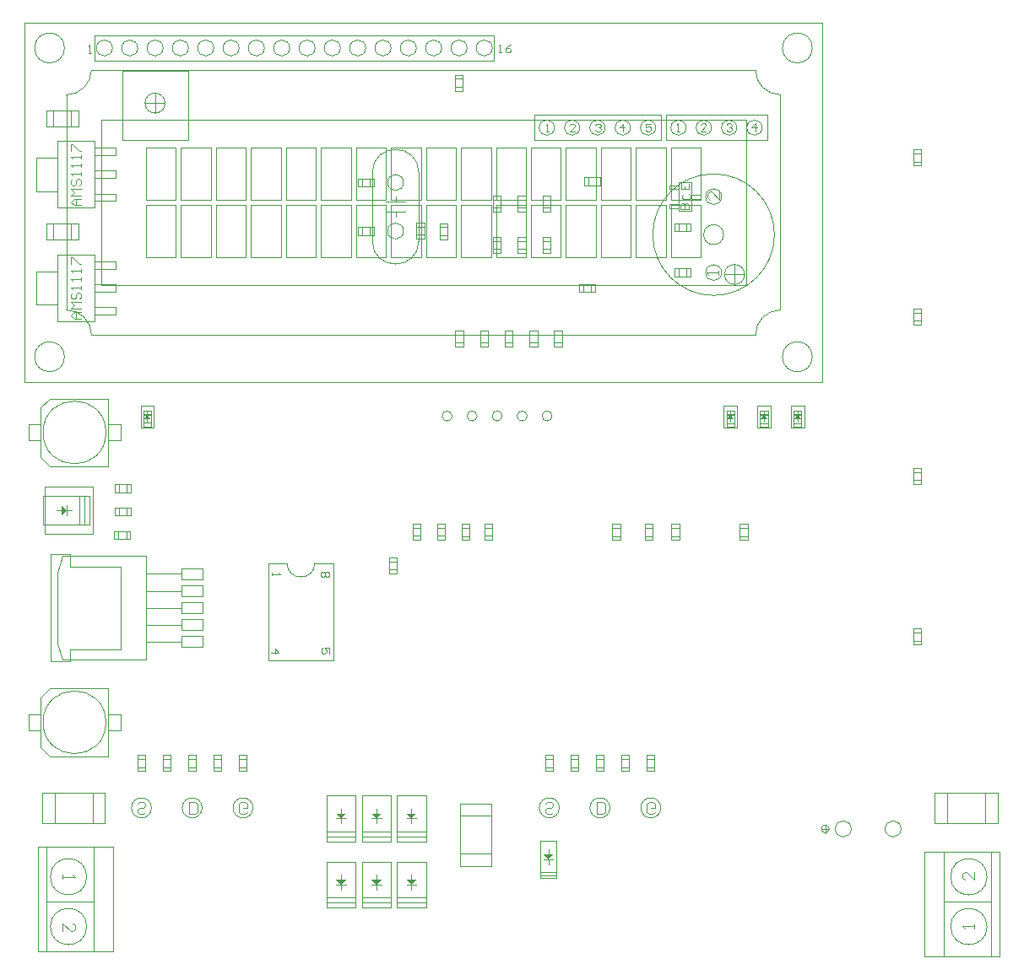
<source format=gm1>
G04 Layer_Color=16711935*
%FSTAX24Y24*%
%MOIN*%
G70*
G01*
G75*
%ADD95C,0.0020*%
%ADD96C,0.0012*%
G36*
X042114Y012606D02*
X041917Y012803D01*
X042311D01*
X042114Y012606D01*
D02*
G37*
G36*
X033925Y01422D02*
X033728Y014417D01*
X034122D01*
X033925Y01422D01*
D02*
G37*
G36*
X035319D02*
X035122Y014417D01*
X035516D01*
X035319Y01422D01*
D02*
G37*
G36*
X033925Y011602D02*
X033728Y011799D01*
X034122D01*
X033925Y011602D01*
D02*
G37*
G36*
X035319D02*
X035122Y011799D01*
X035516D01*
X035319Y011602D01*
D02*
G37*
G36*
X036713D02*
X036516Y011799D01*
X036909D01*
X036713Y011602D01*
D02*
G37*
G36*
X049444Y029998D02*
X049178D01*
X049311Y030215D01*
X049444Y029998D01*
D02*
G37*
G36*
X050763D02*
X050497D01*
X05063Y030215D01*
X050763Y029998D01*
D02*
G37*
G36*
X052082D02*
X051816D01*
X051949Y030215D01*
X052082Y029998D01*
D02*
G37*
G36*
X036713Y01422D02*
X036516Y014417D01*
X036909D01*
X036713Y01422D01*
D02*
G37*
G36*
X023085Y026406D02*
X022888Y026209D01*
Y026602D01*
X023085Y026406D01*
D02*
G37*
G36*
X026412Y029998D02*
X026147D01*
X02628Y030215D01*
X026412Y029998D01*
D02*
G37*
D95*
X023091Y042823D02*
G03*
X024075Y043807I0J000984D01*
G01*
X050295D02*
G03*
X05128Y042823I000984J0D01*
G01*
Y034319D02*
G03*
X050295Y033335I0J-000984D01*
G01*
X024075D02*
G03*
X023091Y034319I-000984J0D01*
G01*
X023012Y032469D02*
G03*
X023012Y032469I-000591J0D01*
G01*
X052539D02*
G03*
X052539Y032469I-000591J0D01*
G01*
X052539Y044673D02*
G03*
X052539Y044673I-000591J0D01*
G01*
X023012D02*
G03*
X023012Y044673I-000591J0D01*
G01*
X024902D02*
G03*
X024902Y044673I-000315J0D01*
G01*
X025902D02*
G03*
X025902Y044673I-000315J0D01*
G01*
X026902D02*
G03*
X026902Y044673I-000315J0D01*
G01*
X027902D02*
G03*
X027902Y044673I-000315J0D01*
G01*
X028902D02*
G03*
X028902Y044673I-000315J0D01*
G01*
X029902D02*
G03*
X029902Y044673I-000315J0D01*
G01*
X030902D02*
G03*
X030902Y044673I-000315J0D01*
G01*
X031902D02*
G03*
X031902Y044673I-000315J0D01*
G01*
X032902D02*
G03*
X032902Y044673I-000315J0D01*
G01*
X033902D02*
G03*
X033902Y044673I-000315J0D01*
G01*
X034902D02*
G03*
X034902Y044673I-000315J0D01*
G01*
X035902D02*
G03*
X035902Y044673I-000315J0D01*
G01*
X036902D02*
G03*
X036902Y044673I-000315J0D01*
G01*
X037902D02*
G03*
X037902Y044673I-000315J0D01*
G01*
X038902D02*
G03*
X038902Y044673I-000315J0D01*
G01*
X039902D02*
G03*
X039902Y044673I-000315J0D01*
G01*
X024646Y01802D02*
G03*
X024646Y01802I-00124J0D01*
G01*
X049862Y03572D02*
G03*
X049862Y03572I-000394J0D01*
G01*
X051043Y037295D02*
G03*
X051043Y037295I-002402J0D01*
G01*
X049035D02*
G03*
X049035Y037295I-000394J0D01*
G01*
X048957Y038795D02*
G03*
X048957Y038795I-000315J0D01*
G01*
Y035795D02*
G03*
X048957Y035795I-000315J0D01*
G01*
X037Y039744D02*
G03*
X035165Y039744I-000917J0D01*
G01*
Y037051D02*
G03*
X037Y037051I000917J0D01*
G01*
X036398Y039358D02*
G03*
X036398Y039358I-000315J0D01*
G01*
Y037437D02*
G03*
X036398Y037437I-000315J0D01*
G01*
X02698Y042494D02*
G03*
X02698Y042494I-000394J0D01*
G01*
X028445Y01464D02*
G03*
X028445Y01464I-000394J0D01*
G01*
X026445D02*
G03*
X026445Y01464I-000394J0D01*
G01*
X030453D02*
G03*
X030453Y01464I-000394J0D01*
G01*
X044547D02*
G03*
X044547Y01464I-000394J0D01*
G01*
X042547D02*
G03*
X042547Y01464I-000394J0D01*
G01*
X046555D02*
G03*
X046555Y01464I-000394J0D01*
G01*
X047552Y041524D02*
G03*
X047552Y041524I-0003J0D01*
G01*
X048552D02*
G03*
X048552Y041524I-0003J0D01*
G01*
X049552D02*
G03*
X049552Y041524I-0003J0D01*
G01*
X050552D02*
G03*
X050552Y041524I-0003J0D01*
G01*
X059437Y011917D02*
G03*
X059437Y011917I-000717J0D01*
G01*
Y009949D02*
G03*
X059437Y009949I-000717J0D01*
G01*
X023886D02*
G03*
X023886Y009949I-000717J0D01*
G01*
Y011917D02*
G03*
X023886Y011917I-000717J0D01*
G01*
X041277Y030126D02*
G03*
X041277Y030126I-000197J0D01*
G01*
X038315D02*
G03*
X038315Y030126I-000197J0D01*
G01*
X039302D02*
G03*
X039302Y030126I-000197J0D01*
G01*
X040289D02*
G03*
X040289Y030126I-000197J0D01*
G01*
X042264D02*
G03*
X042264Y030126I-000197J0D01*
G01*
X024646Y029476D02*
G03*
X024646Y029476I-00124J0D01*
G01*
X031797Y024315D02*
G03*
X032894Y024315I000548J0D01*
G01*
X042355Y041524D02*
G03*
X042355Y041524I-0003J0D01*
G01*
X043355D02*
G03*
X043355Y041524I-0003J0D01*
G01*
X044355D02*
G03*
X044355Y041524I-0003J0D01*
G01*
X045355D02*
G03*
X045355Y041524I-0003J0D01*
G01*
X046355D02*
G03*
X046355Y041524I-0003J0D01*
G01*
X053209Y013807D02*
G03*
X053209Y013807I-000157J0D01*
G01*
X056043D02*
G03*
X056043Y013807I-000315J0D01*
G01*
X054075D02*
G03*
X054075Y013807I-000315J0D01*
G01*
X049311Y02989D02*
Y029998D01*
Y030215D02*
Y030323D01*
X049178Y030215D02*
X049444D01*
X049045Y029673D02*
Y030539D01*
Y029673D02*
X049577D01*
Y030539D01*
X049045D02*
X049577D01*
X041799Y013335D02*
X042429D01*
X041799Y011878D02*
Y013335D01*
Y011878D02*
X042429D01*
Y013335D01*
X042114Y012803D02*
Y013D01*
X041917Y012606D02*
X042311D01*
X042114Y012409D02*
Y012606D01*
X041799Y011976D02*
X042429D01*
X041799Y012094D02*
X042429D01*
X046959Y038468D02*
X04814D01*
X046959Y036409D02*
Y038468D01*
Y036409D02*
X04814D01*
Y038468D01*
X045577D02*
X046758D01*
X045577Y036409D02*
Y038468D01*
Y036409D02*
X046758D01*
Y038468D01*
X044195D02*
X045376D01*
X044195Y036409D02*
Y038468D01*
Y036409D02*
X045376D01*
Y038468D01*
X042813D02*
X043994D01*
X042813Y036409D02*
Y038468D01*
Y036409D02*
X043994D01*
Y038468D01*
X041431D02*
X042612D01*
X041431Y036409D02*
Y038468D01*
Y036409D02*
X042612D01*
Y038468D01*
X040049D02*
X04123D01*
X040049Y036409D02*
Y038468D01*
Y036409D02*
X04123D01*
Y038468D01*
X038667D02*
X039848D01*
X038667Y036409D02*
Y038468D01*
Y036409D02*
X039848D01*
Y038468D01*
X037285D02*
X038467D01*
X037285Y036409D02*
Y038468D01*
Y036409D02*
X038467D01*
Y038468D01*
X035904D02*
X037085D01*
X035904Y036409D02*
Y038468D01*
Y036409D02*
X037085D01*
Y038468D01*
X034522D02*
X035703D01*
X034522Y036409D02*
Y038468D01*
Y036409D02*
X035703D01*
Y038468D01*
X03314D02*
X034321D01*
X03314Y036409D02*
Y038468D01*
Y036409D02*
X034321D01*
Y038468D01*
X031758D02*
X032939D01*
X031758Y036409D02*
Y038468D01*
Y036409D02*
X032939D01*
Y038468D01*
X031557Y036409D02*
Y038468D01*
X030376Y036409D02*
X031557D01*
X030376D02*
Y038468D01*
X031557D01*
X030175Y036409D02*
Y038468D01*
X028994Y036409D02*
X030175D01*
X028994D02*
Y038468D01*
X030175D01*
X028793Y036409D02*
Y038468D01*
X027612Y036409D02*
X028793D01*
X027612D02*
Y038468D01*
X028793D01*
X027411Y036409D02*
Y038468D01*
X02623Y036409D02*
X027411D01*
X02623D02*
Y038468D01*
X027411D01*
X024193Y044161D02*
X03998D01*
X024193Y045185D02*
X03998D01*
Y044161D02*
Y045185D01*
X024193Y044161D02*
Y045185D01*
X052933Y031484D02*
Y045657D01*
X021437Y031484D02*
X052933D01*
X021437D02*
Y045657D01*
X052933D01*
X049921Y035303D02*
Y041839D01*
X024449Y035303D02*
X049921D01*
X024449D02*
Y041839D01*
X049921D01*
X023091Y034319D02*
Y042823D01*
X024075Y043807D02*
X050295D01*
X05124Y042823D02*
X05128D01*
Y034319D02*
Y042823D01*
X024075Y033335D02*
X050295D01*
X028793Y038673D02*
Y040732D01*
X027612Y038673D02*
X028793D01*
X027612D02*
Y040732D01*
X028793D01*
X030175Y038673D02*
Y040732D01*
X028994Y038673D02*
X030175D01*
X028994D02*
Y040732D01*
X030175D01*
X031557Y038673D02*
Y040732D01*
X030376Y038673D02*
X031557D01*
X030376D02*
Y040732D01*
X031557D01*
X032939Y038673D02*
Y040732D01*
X031758Y038673D02*
X032939D01*
X031758D02*
Y040732D01*
X032939D01*
X034321Y038673D02*
Y040732D01*
X03314Y038673D02*
X034321D01*
X03314D02*
Y040732D01*
X034321D01*
X035703Y038673D02*
Y040732D01*
X034522Y038673D02*
X035703D01*
X034522D02*
Y040732D01*
X035703D01*
X037085Y038673D02*
Y040732D01*
X035904Y038673D02*
X037085D01*
X035904D02*
Y040732D01*
X037085D01*
X038467Y038673D02*
Y040732D01*
X037285Y038673D02*
X038467D01*
X037285D02*
Y040732D01*
X038467D01*
X039848Y038673D02*
Y040732D01*
X038667Y038673D02*
X039848D01*
X038667D02*
Y040732D01*
X039848D01*
X04123Y038673D02*
Y040732D01*
X040049Y038673D02*
X04123D01*
X040049D02*
Y040732D01*
X04123D01*
X042612Y038673D02*
Y040732D01*
X041431Y038673D02*
X042612D01*
X041431D02*
Y040732D01*
X042612D01*
X043994Y038673D02*
Y040732D01*
X042813Y038673D02*
X043994D01*
X042813D02*
Y040732D01*
X043994D01*
X045376Y038673D02*
Y040732D01*
X044195Y038673D02*
X045376D01*
X044195D02*
Y040732D01*
X045376D01*
X046758Y038673D02*
Y040732D01*
X045577Y038673D02*
X046758D01*
X045577D02*
Y040732D01*
X046758D01*
X04814Y038673D02*
Y040732D01*
X046959Y038673D02*
X04814D01*
X046959D02*
Y040732D01*
X04814D01*
X027411Y036409D02*
Y038468D01*
X02623Y036409D02*
X027411D01*
X02623D02*
Y038468D01*
X027411D01*
X02623Y040732D02*
X027411D01*
X02623Y038673D02*
Y040732D01*
Y038673D02*
X027411D01*
Y040732D01*
X027612Y038468D02*
X028793D01*
X027612Y036409D02*
Y038468D01*
Y036409D02*
X028793D01*
Y038468D01*
X028994D02*
X030175D01*
X028994Y036409D02*
Y038468D01*
Y036409D02*
X030175D01*
Y038468D01*
X030376D02*
X031557D01*
X030376Y036409D02*
Y038468D01*
Y036409D02*
X031557D01*
Y038468D01*
X031758D02*
X032939D01*
X031758Y036409D02*
Y038468D01*
Y036409D02*
X032939D01*
Y038468D01*
X03314D02*
X034321D01*
X03314Y036409D02*
Y038468D01*
Y036409D02*
X034321D01*
Y038468D01*
X034522D02*
X035703D01*
X034522Y036409D02*
Y038468D01*
Y036409D02*
X035703D01*
Y038468D01*
X035904D02*
X037085D01*
X035904Y036409D02*
Y038468D01*
Y036409D02*
X037085D01*
Y038468D01*
X037285D02*
X038467D01*
X037285Y036409D02*
Y038468D01*
Y036409D02*
X038467D01*
Y038468D01*
X038667D02*
X039848D01*
X038667Y036409D02*
Y038468D01*
Y036409D02*
X039848D01*
Y038468D01*
X040049D02*
X04123D01*
X040049Y036409D02*
Y038468D01*
Y036409D02*
X04123D01*
Y038468D01*
X041431D02*
X042612D01*
X041431Y036409D02*
Y038468D01*
Y036409D02*
X042612D01*
Y038468D01*
X042813D02*
X043994D01*
X042813Y036409D02*
Y038468D01*
Y036409D02*
X043994D01*
Y038468D01*
X044195D02*
X045376D01*
X044195Y036409D02*
Y038468D01*
Y036409D02*
X045376D01*
Y038468D01*
X045577D02*
X046758D01*
X045577Y036409D02*
Y038468D01*
Y036409D02*
X046758D01*
Y038468D01*
X046959D02*
X04814D01*
X046959Y036409D02*
Y038468D01*
Y036409D02*
X04814D01*
Y038468D01*
X024114Y01403D02*
Y01525D01*
X022618Y01403D02*
Y01523D01*
X022126Y01525D02*
X024606D01*
Y01403D02*
Y01525D01*
X022126Y01403D02*
X024606D01*
X022126D02*
Y01525D01*
X024744Y017705D02*
X025217D01*
Y018335D01*
X024744D02*
X025217D01*
X021594Y017705D02*
X022067D01*
X021594D02*
Y018335D01*
X022067D01*
Y017035D02*
Y019004D01*
X022421Y019358D01*
X024744D01*
X022067Y017035D02*
X022421Y016681D01*
X024744D01*
Y019358D01*
X051683Y030539D02*
X052215D01*
Y029673D02*
Y030539D01*
X051683Y029673D02*
X052215D01*
X051683D02*
Y030539D01*
X051816Y030215D02*
X052082D01*
X051949Y030215D02*
Y030323D01*
Y02989D02*
Y029998D01*
X050364Y030539D02*
X050896D01*
Y029673D02*
Y030539D01*
X050364Y029673D02*
X050896D01*
X050364D02*
Y030539D01*
X050497Y030215D02*
X050763D01*
X05063Y030215D02*
Y030323D01*
Y02989D02*
Y029998D01*
X042343Y033335D02*
X042657D01*
X042343Y03302D02*
X042657D01*
Y032862D02*
Y033492D01*
X042343D02*
X042657D01*
X042343Y032862D02*
Y033492D01*
Y032862D02*
X042657D01*
X041368Y033335D02*
X041683D01*
X041368Y03302D02*
X041683D01*
Y032862D02*
Y033492D01*
X041368D02*
X041683D01*
X041368Y032862D02*
Y033492D01*
Y032862D02*
X041683D01*
X040394Y033335D02*
X040709D01*
X040394Y03302D02*
X040709D01*
Y032862D02*
Y033492D01*
X040394D02*
X040709D01*
X040394Y032862D02*
Y033492D01*
Y032862D02*
X040709D01*
X039419Y033335D02*
X039734D01*
X039419Y03302D02*
X039734D01*
Y032862D02*
Y033492D01*
X039419D02*
X039734D01*
X039419Y032862D02*
Y033492D01*
Y032862D02*
X039734D01*
X038445Y033335D02*
X03876D01*
X038445Y03302D02*
X03876D01*
Y032862D02*
Y033492D01*
X038445D02*
X03876D01*
X038445Y032862D02*
Y033492D01*
Y032862D02*
X03876D01*
X049468Y035327D02*
Y036114D01*
X049075Y03572D02*
X049862D01*
X036083Y038594D02*
Y038791D01*
Y038004D02*
Y038201D01*
X035689Y038594D02*
X035886D01*
X035689Y038201D02*
X036476D01*
X035886Y038594D02*
X036476D01*
X037Y037051D02*
Y039744D01*
X035165Y037051D02*
Y039744D01*
X024193Y035945D02*
X025038D01*
Y036236D01*
X024193D02*
X025038D01*
X024193Y035039D02*
X025038D01*
Y035331D01*
X024193D02*
X025038D01*
X024193Y034425D02*
X025038D01*
Y034134D02*
Y034425D01*
X024193Y034134D02*
X025038D01*
X021888Y034526D02*
X022733D01*
X021888D02*
Y035844D01*
X022733D01*
Y033864D02*
Y036506D01*
Y033864D02*
X024193D01*
Y036506D01*
X022733D02*
X024193D01*
X023276Y037114D02*
Y037744D01*
X022567Y037114D02*
Y037744D01*
X022291D02*
X023551D01*
Y037114D02*
Y037744D01*
X022291Y037114D02*
X023551D01*
X022291D02*
Y037744D01*
X024193Y040433D02*
X025038D01*
Y040724D01*
X024193D02*
X025038D01*
X024193Y039528D02*
X025038D01*
Y039819D01*
X024193D02*
X025038D01*
X024193Y038913D02*
X025038D01*
Y038622D02*
Y038913D01*
X024193Y038622D02*
X025038D01*
X021888Y039014D02*
X022733D01*
X021888D02*
Y040333D01*
X022733D01*
Y038352D02*
Y040994D01*
Y038352D02*
X024193D01*
Y040994D01*
X022733D02*
X024193D01*
X023276Y041563D02*
Y042193D01*
X022567Y041563D02*
Y042193D01*
X022291D02*
X023551D01*
Y041563D02*
Y042193D01*
X022291Y041563D02*
X023551D01*
X022291D02*
Y042193D01*
X051791Y030165D02*
X052106D01*
X051791Y02985D02*
X052106D01*
X051791Y029693D02*
Y030323D01*
X052106D01*
Y029693D02*
Y030323D01*
X051791Y029693D02*
X052106D01*
X050472Y030165D02*
X050787D01*
X050472Y02985D02*
X050787D01*
X050472Y029693D02*
Y030323D01*
X050787D01*
Y029693D02*
Y030323D01*
X050472Y029693D02*
X050787D01*
X049154Y030165D02*
X049468D01*
X049154Y02985D02*
X049468D01*
X049154Y029693D02*
Y030323D01*
X049468D01*
Y029693D02*
Y030323D01*
X049154Y029693D02*
X049468D01*
X056516Y021248D02*
X056831D01*
X056516Y021563D02*
X056831D01*
Y021091D02*
Y02172D01*
X056516Y021091D02*
X056831D01*
X056516D02*
Y02172D01*
X056831D01*
X056516Y027587D02*
X056831D01*
X056516Y027902D02*
X056831D01*
Y027429D02*
Y028059D01*
X056516Y027429D02*
X056831D01*
X056516D02*
Y028059D01*
X056831D01*
X056516Y033886D02*
X056831D01*
X056516Y034201D02*
X056831D01*
Y033728D02*
Y034358D01*
X056516Y033728D02*
X056831D01*
X056516D02*
Y034358D01*
X056831D01*
X056516Y040185D02*
X056831D01*
X056516Y0405D02*
X056831D01*
Y040028D02*
Y040657D01*
X056516Y040028D02*
X056831D01*
X056516D02*
Y040657D01*
X056831D01*
X025287Y043776D02*
X027886D01*
X025295Y041024D02*
X027894D01*
Y043776D01*
X025295Y041024D02*
Y043776D01*
X026587Y0421D02*
Y042888D01*
X026193Y042494D02*
X02698D01*
X036909Y037287D02*
X037224D01*
X036909Y037602D02*
X037224D01*
Y03713D02*
Y03776D01*
X036909Y03713D02*
X037224D01*
X036909D02*
Y03776D01*
X037224D01*
X037815Y037587D02*
X03813D01*
X037815Y037272D02*
X03813D01*
X037815Y037114D02*
Y037744D01*
X03813D01*
Y037114D02*
Y037744D01*
X037815Y037114D02*
X03813D01*
X035079Y039201D02*
Y039516D01*
X034764Y039201D02*
Y039516D01*
X034606D02*
X035236D01*
Y039201D02*
Y039516D01*
X034606Y039201D02*
X035236D01*
X034606D02*
Y039516D01*
X035079Y03728D02*
Y037594D01*
X034764Y03728D02*
Y037594D01*
X034606D02*
X035236D01*
Y03728D02*
Y037594D01*
X034606Y03728D02*
X035236D01*
X034606D02*
Y037594D01*
X038429Y043138D02*
X038744D01*
X038429Y043453D02*
X038744D01*
Y04298D02*
Y04361D01*
X038429Y04298D02*
X038744D01*
X038429D02*
Y04361D01*
X038744D01*
X048122Y038717D02*
Y038874D01*
X047768Y038717D02*
X048122D01*
X047768Y038874D02*
X048122D01*
X046902Y038343D02*
X047256D01*
X046902D02*
Y0385D01*
X047256D01*
X046902Y039091D02*
X047256D01*
X046902D02*
Y039248D01*
X047256D01*
X046902Y0385D02*
X047256D01*
X046902Y038343D02*
Y0385D01*
Y038343D02*
X047256D01*
X047256Y038224D02*
X047768D01*
X047256D02*
Y039366D01*
X047768D01*
Y038224D02*
Y039366D01*
X047256Y035638D02*
Y035953D01*
X047571Y035638D02*
Y035953D01*
X047098Y035638D02*
X047728D01*
X047098D02*
Y035953D01*
X047728D01*
Y035638D02*
Y035953D01*
X047571Y037429D02*
Y037744D01*
X047256Y037429D02*
Y037744D01*
X047098D02*
X047728D01*
Y037429D02*
Y037744D01*
X047098Y037429D02*
X047728D01*
X047098D02*
Y037744D01*
X039929Y038354D02*
X040244D01*
X039929Y038669D02*
X040244D01*
Y038197D02*
Y038827D01*
X039929Y038197D02*
X040244D01*
X039929D02*
Y038827D01*
X040244D01*
X040913Y038354D02*
X041228D01*
X040913Y038669D02*
X041228D01*
Y038197D02*
Y038827D01*
X040913Y038197D02*
X041228D01*
X040913D02*
Y038827D01*
X041228D01*
X041898Y038354D02*
X042213D01*
X041898Y038669D02*
X042213D01*
Y038197D02*
Y038827D01*
X041898Y038197D02*
X042213D01*
X041898D02*
Y038827D01*
X042213D01*
X039929Y037035D02*
X040244D01*
X039929Y03672D02*
X040244D01*
X039929Y036563D02*
Y037193D01*
X040244D01*
Y036563D02*
Y037193D01*
X039929Y036563D02*
X040244D01*
X040913Y037035D02*
X041228D01*
X040913Y03672D02*
X041228D01*
X040913Y036563D02*
Y037193D01*
X041228D01*
Y036563D02*
Y037193D01*
X040913Y036563D02*
X041228D01*
X041898Y037035D02*
X042213D01*
X041898Y03672D02*
X042213D01*
X041898Y036563D02*
Y037193D01*
X042213D01*
Y036563D02*
Y037193D01*
X041898Y036563D02*
X042213D01*
X042343Y033035D02*
X042657D01*
X042343Y03335D02*
X042657D01*
Y032878D02*
Y033508D01*
X042343Y032878D02*
X042657D01*
X042343D02*
Y033508D01*
X042657D01*
X041368Y033035D02*
X041683D01*
X041368Y03335D02*
X041683D01*
Y032878D02*
Y033508D01*
X041368Y032878D02*
X041683D01*
X041368D02*
Y033508D01*
X041683D01*
X040394Y033035D02*
X040709D01*
X040394Y03335D02*
X040709D01*
Y032878D02*
Y033508D01*
X040394Y032878D02*
X040709D01*
X040394D02*
Y033508D01*
X040709D01*
X039419Y033035D02*
X039734D01*
X039419Y03335D02*
X039734D01*
Y032878D02*
Y033508D01*
X039419Y032878D02*
X039734D01*
X039419D02*
Y033508D01*
X039734D01*
X025894Y016563D02*
X026209D01*
X025894Y016248D02*
X026209D01*
X025894Y016091D02*
Y01672D01*
X026209D01*
Y016091D02*
Y01672D01*
X025894Y016091D02*
X026209D01*
X026894Y016248D02*
X027209D01*
X026894Y016563D02*
X027209D01*
Y016091D02*
Y01672D01*
X026894Y016091D02*
X027209D01*
X026894D02*
Y01672D01*
X027209D01*
X027894Y016248D02*
X028209D01*
X027894Y016563D02*
X028209D01*
Y016091D02*
Y01672D01*
X027894Y016091D02*
X028209D01*
X027894D02*
Y01672D01*
X028209D01*
X028894Y016248D02*
X029209D01*
X028894Y016563D02*
X029209D01*
Y016091D02*
Y01672D01*
X028894Y016091D02*
X029209D01*
X028894D02*
Y01672D01*
X029209D01*
X029894Y016563D02*
X030209D01*
X029894Y016248D02*
X030209D01*
X029894Y016091D02*
Y01672D01*
X030209D01*
Y016091D02*
Y01672D01*
X029894Y016091D02*
X030209D01*
X03863Y012829D02*
X03985D01*
X03865Y014325D02*
X03985D01*
X03863Y012337D02*
Y014817D01*
Y012337D02*
X03985D01*
Y014817D01*
X03863D02*
X03985D01*
X036713Y014024D02*
Y01422D01*
X036516D02*
X036909D01*
X036142Y013709D02*
X037283D01*
X036142Y013512D02*
X037283D01*
X036713Y014417D02*
Y014614D01*
X036142Y013316D02*
X037283D01*
Y015125D01*
X036142D02*
X037283D01*
X036142Y013316D02*
Y015125D01*
X035319Y014024D02*
Y01422D01*
X035122D02*
X035516D01*
X034749Y013709D02*
X035889D01*
X034749Y013512D02*
X035889D01*
X035319Y014417D02*
Y014614D01*
X034749Y013316D02*
X035889D01*
Y015125D01*
X034749D02*
X035889D01*
X034749Y013316D02*
Y015125D01*
X033925Y014024D02*
Y01422D01*
X033728D02*
X034122D01*
X033355Y013709D02*
X034495D01*
X033355Y013512D02*
X034495D01*
X033925Y014417D02*
Y014614D01*
X033355Y013316D02*
X034495D01*
Y015125D01*
X033355D02*
X034495D01*
X033355Y013316D02*
Y015125D01*
X036713Y011406D02*
Y011602D01*
X036516D02*
X036909D01*
X036142Y011091D02*
X037283D01*
X036142Y010894D02*
X037283D01*
X036713Y011799D02*
Y011996D01*
X036142Y010697D02*
X037283D01*
Y012507D01*
X036142D02*
X037283D01*
X036142Y010697D02*
Y012507D01*
X035319Y011406D02*
Y011602D01*
X035122D02*
X035516D01*
X034749Y011091D02*
X035889D01*
X034749Y010894D02*
X035889D01*
X035319Y011799D02*
Y011996D01*
X034749Y010697D02*
X035889D01*
Y012507D01*
X034749D02*
X035889D01*
X034749Y010697D02*
Y012507D01*
X033925Y011406D02*
Y011602D01*
X033728D02*
X034122D01*
X033355Y011091D02*
X034495D01*
X033355Y010894D02*
X034495D01*
X033925Y011799D02*
Y011996D01*
X033355Y010697D02*
X034495D01*
Y012507D01*
X033355D02*
X034495D01*
X033355Y010697D02*
Y012507D01*
X045996Y016563D02*
X046311D01*
X045996Y016248D02*
X046311D01*
X045996Y016091D02*
Y01672D01*
X046311D01*
Y016091D02*
Y01672D01*
X045996Y016091D02*
X046311D01*
X044988Y016248D02*
X045303D01*
X044988Y016563D02*
X045303D01*
Y016091D02*
Y01672D01*
X044988Y016091D02*
X045303D01*
X044988D02*
Y01672D01*
X045303D01*
X043996Y016248D02*
X044311D01*
X043996Y016563D02*
X044311D01*
Y016091D02*
Y01672D01*
X043996Y016091D02*
X044311D01*
X043996D02*
Y01672D01*
X044311D01*
X042996Y016248D02*
X043311D01*
X042996Y016563D02*
X043311D01*
Y016091D02*
Y01672D01*
X042996Y016091D02*
X043311D01*
X042996D02*
Y01672D01*
X043311D01*
X041996Y016248D02*
X042311D01*
X041996Y016563D02*
X042311D01*
Y016091D02*
Y01672D01*
X041996Y016091D02*
X042311D01*
X041996D02*
Y01672D01*
X042311D01*
X046752Y042024D02*
X050752D01*
X046752Y041024D02*
Y042024D01*
Y041024D02*
X050752D01*
Y042024D01*
X057736Y010933D02*
X059606D01*
X059941Y008768D02*
Y012902D01*
X056949Y008768D02*
Y012902D01*
Y008768D02*
X059941D01*
X056949Y012902D02*
X059941D01*
X057736Y008768D02*
Y012902D01*
X059606Y008768D02*
Y012902D01*
X022283Y010933D02*
X024154D01*
X021949Y008965D02*
Y013098D01*
X024941Y008965D02*
Y013098D01*
X021949D02*
X024941D01*
X021949Y008965D02*
X024941D01*
X024154D02*
Y013098D01*
X022283Y008965D02*
Y013098D01*
X059358Y01403D02*
Y01525D01*
X057862Y01403D02*
Y01523D01*
X05737Y01525D02*
X05985D01*
Y01403D02*
Y01525D01*
X05737Y01403D02*
X05985D01*
X05737D02*
Y01525D01*
X026014Y030539D02*
X026545D01*
Y029673D02*
Y030539D01*
X026014Y029673D02*
X026545D01*
X026014D02*
Y030539D01*
X026147Y030215D02*
X026412D01*
X02628Y030215D02*
Y030323D01*
Y02989D02*
Y029998D01*
X038445Y033035D02*
X03876D01*
X038445Y03335D02*
X03876D01*
Y032878D02*
Y033508D01*
X038445Y032878D02*
X03876D01*
X038445D02*
Y033508D01*
X03876D01*
X025626Y026189D02*
Y026504D01*
X024996D02*
X025626D01*
X024996Y026189D02*
Y026504D01*
Y026189D02*
X025626D01*
X025468D02*
Y026504D01*
X025154Y026189D02*
Y026504D01*
X02498Y025264D02*
Y025579D01*
Y025264D02*
X02561D01*
Y025579D01*
X02498D02*
X02561D01*
X025138Y025264D02*
Y025579D01*
X025453Y025264D02*
Y025579D01*
X024996Y027114D02*
Y027429D01*
Y027114D02*
X025626D01*
Y027429D01*
X024996D02*
X025626D01*
X025154Y027114D02*
Y027429D01*
X025468Y027114D02*
Y027429D01*
X026122Y030343D02*
X026437D01*
X026122Y029713D02*
Y030343D01*
Y029713D02*
X026437D01*
Y030343D01*
X026122Y030185D02*
X026437D01*
X026122Y02987D02*
X026437D01*
X024744Y028138D02*
Y030815D01*
X022421Y028138D02*
X024744D01*
X022067Y028492D02*
X022421Y028138D01*
Y030815D02*
X024744D01*
X022067Y030461D02*
X022421Y030815D01*
X022067Y028492D02*
Y030461D01*
X021594Y029791D02*
X022067D01*
X021594Y029161D02*
Y029791D01*
Y029161D02*
X022067D01*
X024744Y029791D02*
X025217D01*
Y029161D02*
Y029791D01*
X024744Y029161D02*
X025217D01*
X022224Y025461D02*
X024114D01*
X022224D02*
Y02735D01*
X024114D01*
Y025461D02*
Y02735D01*
X026231Y023886D02*
X027618D01*
X026231Y023217D02*
X027626D01*
X026231Y022547D02*
X027618Y022547D01*
X026231Y021878D02*
X027626D01*
X026231Y021209D02*
X027626D01*
X022472Y020421D02*
Y024673D01*
X027626Y023675D02*
X028476D01*
Y024096D01*
X027626D02*
X028476D01*
X027626Y023675D02*
Y024096D01*
Y023006D02*
X028476D01*
Y023427D01*
X027626D02*
X028476D01*
X027626Y023006D02*
Y023427D01*
Y022337D02*
X028476D01*
Y022758D01*
X027626D02*
X028476D01*
X027626Y022337D02*
Y022758D01*
Y021667D02*
X028476D01*
Y022089D01*
X027626D02*
X028476D01*
X027626Y021667D02*
Y022089D01*
Y020998D02*
Y021419D01*
X028476D01*
Y020998D02*
Y021419D01*
X027626Y020998D02*
X028476D01*
X026231Y020498D02*
Y024596D01*
X023381Y020498D02*
X026231D01*
X022931D02*
X023381D01*
X022731Y021148D02*
X022931Y020498D01*
X022731Y023947D02*
X022931Y024596D01*
X022731Y021148D02*
Y023947D01*
X022931Y024596D02*
X026231D01*
X023228D02*
Y024673D01*
X022472Y024673D02*
X023228Y024673D01*
Y024181D02*
Y024596D01*
Y024181D02*
X025217D01*
Y020913D02*
Y024181D01*
X023228Y020913D02*
X025217D01*
X023228Y0205D02*
Y020913D01*
X022472Y020421D02*
X023228D01*
Y0205D01*
X02218Y025835D02*
X02399D01*
X02218D02*
Y026976D01*
X02399D01*
Y025835D02*
Y026976D01*
X022691Y026406D02*
X022888D01*
X023793Y025835D02*
Y026976D01*
X023596Y025835D02*
Y026976D01*
X023085Y026209D02*
Y026602D01*
Y026406D02*
X023281D01*
X032892Y024315D02*
X033621D01*
X03107D02*
X031789D01*
X033621Y020457D02*
Y024315D01*
X03107Y020457D02*
X033621D01*
X03107D02*
Y024315D01*
X035819Y023906D02*
X036134D01*
Y024535D01*
X035819D02*
X036134D01*
X035819Y023906D02*
Y024535D01*
Y024063D02*
X036134D01*
X035819Y024378D02*
X036134D01*
X036756Y02587D02*
X037071D01*
X036756Y02524D02*
Y02587D01*
Y02524D02*
X037071D01*
Y02587D01*
X036756Y025713D02*
X037071D01*
X036756Y025398D02*
X037071D01*
X037719Y02587D02*
X038033D01*
X037719Y02524D02*
Y02587D01*
Y02524D02*
X038033D01*
Y02587D01*
X037719Y025713D02*
X038033D01*
X037719Y025398D02*
X038033D01*
X038681Y025224D02*
X038996D01*
Y025854D01*
X038681D02*
X038996D01*
X038681Y025224D02*
Y025854D01*
Y025382D02*
X038996D01*
X038681Y025697D02*
X038996D01*
X039598Y025402D02*
X039913D01*
X039598Y025717D02*
X039913D01*
Y025244D02*
Y025874D01*
X039598Y025244D02*
X039913D01*
X039598D02*
Y025874D01*
X039913D01*
X046968Y025224D02*
X047283D01*
Y025854D01*
X046968D02*
X047283D01*
X046968Y025224D02*
Y025854D01*
Y025382D02*
X047283D01*
X046968Y025697D02*
X047283D01*
X045925Y025854D02*
X04624D01*
X045925Y025224D02*
Y025854D01*
Y025224D02*
X04624D01*
Y025854D01*
X045925Y025697D02*
X04624D01*
X045925Y025382D02*
X04624D01*
X044636Y025854D02*
X044951D01*
X044636Y025224D02*
Y025854D01*
Y025224D02*
X044951D01*
Y025854D01*
X044636Y025697D02*
X044951D01*
X044636Y025382D02*
X044951D01*
X049675Y025854D02*
X04999D01*
X049675Y025224D02*
Y025854D01*
Y025224D02*
X04999D01*
Y025854D01*
X049675Y025697D02*
X04999D01*
X049675Y025382D02*
X04999D01*
X041555Y042024D02*
X046555D01*
X041555Y041024D02*
Y042024D01*
Y041024D02*
X046555D01*
Y042024D01*
X053051Y01365D02*
Y013965D01*
X052894Y013807D02*
X053209D01*
X043681Y03924D02*
Y039555D01*
X043996Y03924D02*
Y039555D01*
X043524Y03924D02*
X044154D01*
X043524D02*
Y039555D01*
X044154D01*
Y03924D02*
Y039555D01*
X043484Y035028D02*
Y035343D01*
X043799Y035028D02*
Y035343D01*
X043327Y035028D02*
X043957D01*
X043327D02*
Y035343D01*
X043957D01*
Y035028D02*
Y035343D01*
X040157Y044496D02*
X040262D01*
X04021D01*
Y044811D01*
X040157Y044758D01*
X04063Y044811D02*
X040525Y044758D01*
X04042Y044653D01*
Y044549D01*
X040472Y044496D01*
X040577D01*
X04063Y044549D01*
Y044601D01*
X040577Y044653D01*
X04042D01*
X047661Y038311D02*
X047346D01*
Y038468D01*
X047399Y038521D01*
X047451D01*
X047504Y038468D01*
Y038311D01*
Y038468D01*
X047556Y038521D01*
X047609D01*
X047661Y038468D01*
Y038311D01*
X023957Y044476D02*
X024062D01*
X024009D01*
Y044791D01*
X023957Y044739D01*
X048878Y038992D02*
Y038677D01*
X048563Y038992D01*
X048484D01*
X048406Y038913D01*
Y038756D01*
X048484Y038677D01*
X048839Y035717D02*
Y035874D01*
Y035795D01*
X048366D01*
X048445Y035717D01*
X02366Y033965D02*
X023398D01*
X023266Y034096D01*
X023398Y034227D01*
X02366D01*
X023463D01*
Y033965D01*
X02366Y034358D02*
X023266D01*
X023398Y034489D01*
X023266Y034621D01*
X02366D01*
X023332Y035014D02*
X023266Y034948D01*
Y034817D01*
X023332Y034752D01*
X023398D01*
X023463Y034817D01*
Y034948D01*
X023529Y035014D01*
X023594D01*
X02366Y034948D01*
Y034817D01*
X023594Y034752D01*
X02366Y035145D02*
Y035276D01*
Y035211D01*
X023266D01*
X023332Y035145D01*
X02366Y035473D02*
Y035604D01*
Y035539D01*
X023266D01*
X023332Y035473D01*
X02366Y035801D02*
Y035932D01*
Y035867D01*
X023266D01*
X023332Y035801D01*
X023266Y036129D02*
Y036392D01*
X023332D01*
X023594Y036129D01*
X02366D01*
Y038453D02*
X023398D01*
X023266Y038584D01*
X023398Y038715D01*
X02366D01*
X023463D01*
Y038453D01*
X02366Y038846D02*
X023266D01*
X023398Y038978D01*
X023266Y039109D01*
X02366D01*
X023332Y039502D02*
X023266Y039437D01*
Y039306D01*
X023332Y03924D01*
X023398D01*
X023463Y039306D01*
Y039437D01*
X023529Y039502D01*
X023594D01*
X02366Y039437D01*
Y039306D01*
X023594Y03924D01*
X02366Y039633D02*
Y039765D01*
Y039699D01*
X023266D01*
X023332Y039633D01*
X02366Y039961D02*
Y040093D01*
Y040027D01*
X023266D01*
X023332Y039961D01*
X02366Y040289D02*
Y040421D01*
Y040355D01*
X023266D01*
X023332Y040289D01*
X023266Y040617D02*
Y04088D01*
X023332D01*
X023594Y040617D01*
X02366D01*
X047668Y038899D02*
X04772Y038846D01*
Y038741D01*
X047668Y038689D01*
X047458D01*
X047406Y038741D01*
Y038846D01*
X047458Y038899D01*
X047665Y039304D02*
Y039094D01*
X04735D01*
Y039304D01*
X047508Y039094D02*
Y039199D01*
X030216Y014482D02*
X030138Y014404D01*
X02998D01*
X029902Y014482D01*
Y014797D01*
X02998Y014876D01*
X030138D01*
X030216Y014797D01*
Y01464D01*
X030059D01*
X027933Y014404D02*
Y014876D01*
X028169D01*
X028248Y014797D01*
Y014482D01*
X028169Y014404D01*
X027933D01*
X026201Y014482D02*
X026122Y014404D01*
X025965D01*
X025886Y014482D01*
Y014561D01*
X025965Y01464D01*
X026122D01*
X026201Y014719D01*
Y014797D01*
X026122Y014876D01*
X025965D01*
X025886Y014797D01*
X046319Y014482D02*
X04624Y014404D01*
X046083D01*
X046004Y014482D01*
Y014797D01*
X046083Y014876D01*
X04624D01*
X046319Y014797D01*
Y01464D01*
X046161D01*
X044035Y014404D02*
Y014876D01*
X044272D01*
X04435Y014797D01*
Y014482D01*
X044272Y014404D01*
X044035D01*
X042303Y014482D02*
X042224Y014404D01*
X042067D01*
X041988Y014482D01*
Y014561D01*
X042067Y01464D01*
X042224D01*
X042303Y014719D01*
Y014797D01*
X042224Y014876D01*
X042067D01*
X041988Y014797D01*
X047185Y041382D02*
X04729D01*
X047238D01*
Y041697D01*
X047185Y041644D01*
X04834Y041382D02*
X04813D01*
X04834Y041592D01*
Y041644D01*
X048287Y041697D01*
X048182D01*
X04813Y041644D01*
X049154D02*
X049206Y041697D01*
X049311D01*
X049363Y041644D01*
Y041592D01*
X049311Y041539D01*
X049258D01*
X049311D01*
X049363Y041487D01*
Y041434D01*
X049311Y041382D01*
X049206D01*
X049154Y041434D01*
X050295Y041382D02*
Y041697D01*
X050138Y041539D01*
X050348D01*
X058945Y012114D02*
Y011799D01*
X058631Y012114D01*
X058552D01*
X058473Y012035D01*
Y011878D01*
X058552Y011799D01*
X058945Y009874D02*
Y010031D01*
Y009953D01*
X058473D01*
X058552Y009874D01*
X022944Y009752D02*
Y010067D01*
X023259Y009752D01*
X023338D01*
X023417Y009831D01*
Y009989D01*
X023338Y010067D01*
X022944Y011992D02*
Y011835D01*
Y011914D01*
X023417D01*
X023338Y011992D01*
X031159Y020776D02*
X031474D01*
X031317Y020933D01*
Y020723D01*
X033403Y023972D02*
X033456Y02392D01*
Y023815D01*
X033403Y023763D01*
X033351D01*
X033298Y023815D01*
X033246Y023763D01*
X033193D01*
X033141Y023815D01*
Y02392D01*
X033193Y023972D01*
X033246D01*
X033298Y02392D01*
X033351Y023972D01*
X033403D01*
X033298Y02392D02*
Y023815D01*
X033467Y020743D02*
Y020953D01*
X03331D01*
X033362Y020848D01*
Y020795D01*
X03331Y020743D01*
X033205D01*
X033153Y020795D01*
Y0209D01*
X033205Y020953D01*
X045079Y041366D02*
Y041681D01*
X044921Y041524D01*
X045131D01*
X043976Y041629D02*
X044029Y041681D01*
X044134D01*
X044186Y041629D01*
Y041576D01*
X044134Y041524D01*
X044081D01*
X044134D01*
X044186Y041471D01*
Y041419D01*
X044134Y041366D01*
X044029D01*
X043976Y041419D01*
X043171Y041366D02*
X042961D01*
X043171Y041576D01*
Y041629D01*
X043118Y041681D01*
X043013D01*
X042961Y041629D01*
X042016Y041366D02*
X042121D01*
X042068D01*
Y041681D01*
X042016Y041629D01*
X046163Y041681D02*
X045953D01*
Y041524D01*
X046058Y041576D01*
X04611D01*
X046163Y041524D01*
Y041419D01*
X04611Y041366D01*
X046005D01*
X045953Y041419D01*
D96*
X031199Y023925D02*
Y02382D01*
Y023873D01*
X031514D01*
X031461Y023925D01*
M02*

</source>
